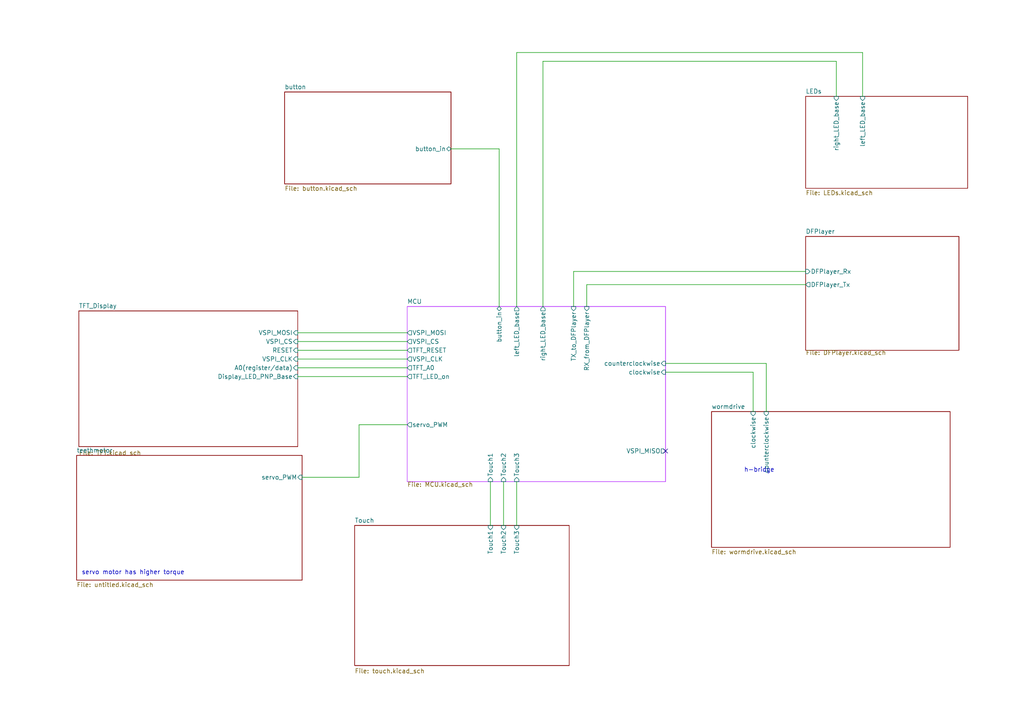
<source format=kicad_sch>
(kicad_sch
	(version 20231120)
	(generator "eeschema")
	(generator_version "8.0")
	(uuid "0e2fc25d-1f56-4ace-9491-7afa8e55a84c")
	(paper "A4")
	(lib_symbols)
	(no_connect
		(at 193.04 130.81)
		(uuid "4da7b6ff-4285-4efd-8c28-caec25726a08")
	)
	(wire
		(pts
			(xy 144.78 88.9) (xy 144.78 43.18)
		)
		(stroke
			(width 0)
			(type default)
		)
		(uuid "022fc650-ab95-44b5-8146-2f4b86d688a0")
	)
	(wire
		(pts
			(xy 87.63 138.43) (xy 104.14 138.43)
		)
		(stroke
			(width 0)
			(type default)
		)
		(uuid "0480e549-7e16-4c4a-b66f-8c53dd012b55")
	)
	(wire
		(pts
			(xy 86.36 101.6) (xy 118.11 101.6)
		)
		(stroke
			(width 0)
			(type default)
		)
		(uuid "0d387b90-1b09-4c79-b452-4abe8042094f")
	)
	(wire
		(pts
			(xy 250.19 15.24) (xy 250.19 27.94)
		)
		(stroke
			(width 0)
			(type default)
		)
		(uuid "14088dad-d709-4ca8-a849-9d9b737a2dc2")
	)
	(wire
		(pts
			(xy 149.86 15.24) (xy 250.19 15.24)
		)
		(stroke
			(width 0)
			(type default)
		)
		(uuid "1a4af836-cbe1-43c8-8783-f2fe7e9549b2")
	)
	(wire
		(pts
			(xy 86.36 96.52) (xy 118.11 96.52)
		)
		(stroke
			(width 0)
			(type default)
		)
		(uuid "1cca92a1-885a-4cb4-a676-cbbcce24eece")
	)
	(wire
		(pts
			(xy 166.37 78.74) (xy 233.68 78.74)
		)
		(stroke
			(width 0)
			(type default)
		)
		(uuid "2a9b7ad7-1996-40ab-ad13-02d2eb9bcdbd")
	)
	(wire
		(pts
			(xy 157.48 88.9) (xy 157.48 17.78)
		)
		(stroke
			(width 0)
			(type default)
		)
		(uuid "2c45e0f4-1bff-47b3-b1d3-88d0ff1dc268")
	)
	(wire
		(pts
			(xy 193.04 105.41) (xy 222.25 105.41)
		)
		(stroke
			(width 0)
			(type default)
		)
		(uuid "60b9f8c2-a1f3-4ca7-a4f1-b9765b8080fb")
	)
	(wire
		(pts
			(xy 86.36 106.68) (xy 118.11 106.68)
		)
		(stroke
			(width 0)
			(type default)
		)
		(uuid "60c0d564-68a0-4730-973b-b6d408c7cccd")
	)
	(wire
		(pts
			(xy 170.18 82.55) (xy 170.18 88.9)
		)
		(stroke
			(width 0)
			(type default)
		)
		(uuid "6b69887e-cd5d-423e-93c6-ca3e43f72dc5")
	)
	(wire
		(pts
			(xy 233.68 82.55) (xy 170.18 82.55)
		)
		(stroke
			(width 0)
			(type default)
		)
		(uuid "6dcb38bb-4b66-4f3b-b6e8-0045c9eb18f2")
	)
	(wire
		(pts
			(xy 86.36 109.22) (xy 118.11 109.22)
		)
		(stroke
			(width 0)
			(type default)
		)
		(uuid "7aa566c2-9c31-4f69-9d6b-5de519c53f0c")
	)
	(wire
		(pts
			(xy 218.44 107.95) (xy 193.04 107.95)
		)
		(stroke
			(width 0)
			(type default)
		)
		(uuid "95d66ee8-1bea-407a-9823-d30bdf6bca8e")
	)
	(wire
		(pts
			(xy 146.05 139.7) (xy 146.05 152.4)
		)
		(stroke
			(width 0)
			(type default)
		)
		(uuid "a86b09c9-ad40-48f7-8e6d-eff290135a76")
	)
	(wire
		(pts
			(xy 149.86 139.7) (xy 149.86 152.4)
		)
		(stroke
			(width 0)
			(type default)
		)
		(uuid "ac369fc3-e575-4f9e-8ce8-469fa249ea38")
	)
	(wire
		(pts
			(xy 104.14 123.19) (xy 118.11 123.19)
		)
		(stroke
			(width 0)
			(type default)
		)
		(uuid "ac3e1766-949b-4477-a13d-76d5eff3a59d")
	)
	(wire
		(pts
			(xy 222.25 105.41) (xy 222.25 119.38)
		)
		(stroke
			(width 0)
			(type default)
		)
		(uuid "b1619607-395c-4c50-ba5a-0d4de3c383f2")
	)
	(wire
		(pts
			(xy 149.86 15.24) (xy 149.86 88.9)
		)
		(stroke
			(width 0)
			(type default)
		)
		(uuid "b3c14f00-0d89-4b56-a87c-fb051856daf4")
	)
	(wire
		(pts
			(xy 142.24 139.7) (xy 142.24 152.4)
		)
		(stroke
			(width 0)
			(type default)
		)
		(uuid "c0b5397a-9d96-4c99-a49d-1babf9d57ed7")
	)
	(wire
		(pts
			(xy 144.78 43.18) (xy 130.81 43.18)
		)
		(stroke
			(width 0)
			(type default)
		)
		(uuid "d5e99cd6-75fb-402c-a24d-68da88a19bb3")
	)
	(wire
		(pts
			(xy 86.36 104.14) (xy 118.11 104.14)
		)
		(stroke
			(width 0)
			(type default)
		)
		(uuid "e2b11108-9006-4645-a819-2e759d6f1c6c")
	)
	(wire
		(pts
			(xy 86.36 99.06) (xy 118.11 99.06)
		)
		(stroke
			(width 0)
			(type default)
		)
		(uuid "e438eacf-b722-417d-9ccf-2cc3b4a05874")
	)
	(wire
		(pts
			(xy 218.44 119.38) (xy 218.44 107.95)
		)
		(stroke
			(width 0)
			(type default)
		)
		(uuid "e5fdb827-62e2-444f-99fb-cea320aadeec")
	)
	(wire
		(pts
			(xy 157.48 17.78) (xy 242.57 17.78)
		)
		(stroke
			(width 0)
			(type default)
		)
		(uuid "e7fe41db-ac21-43cf-8628-1275a966a3b9")
	)
	(wire
		(pts
			(xy 104.14 138.43) (xy 104.14 123.19)
		)
		(stroke
			(width 0)
			(type default)
		)
		(uuid "ef307e73-ded1-40f4-aa4a-c24303e2608f")
	)
	(wire
		(pts
			(xy 242.57 17.78) (xy 242.57 27.94)
		)
		(stroke
			(width 0)
			(type default)
		)
		(uuid "f5637815-923c-4472-8733-cfdfd8d779a1")
	)
	(wire
		(pts
			(xy 166.37 88.9) (xy 166.37 78.74)
		)
		(stroke
			(width 0)
			(type default)
		)
		(uuid "f6d50525-49c0-43e0-843c-519c892d760d")
	)
	(text "servo motor has higher torque\n"
		(exclude_from_sim no)
		(at 38.608 166.116 0)
		(effects
			(font
				(size 1.27 1.27)
			)
		)
		(uuid "5ac02651-e156-4ef5-9d40-46225f47cb93")
	)
	(text "h-bridge"
		(exclude_from_sim no)
		(at 220.218 136.398 0)
		(effects
			(font
				(size 1.27 1.27)
			)
		)
		(uuid "b7d09fd9-3f28-4503-b3ed-370155ee3cf1")
	)
	(sheet
		(at 22.86 90.17)
		(size 63.5 39.37)
		(fields_autoplaced yes)
		(stroke
			(width 0.1524)
			(type solid)
		)
		(fill
			(color 0 0 0 0.0000)
		)
		(uuid "1e6b55e8-5d72-4298-92f2-7f4728793855")
		(property "Sheetname" "TFT_Display"
			(at 22.86 89.4584 0)
			(effects
				(font
					(size 1.27 1.27)
				)
				(justify left bottom)
			)
		)
		(property "Sheetfile" "TFT.kicad_sch"
			(at 22.86 130.6326 0)
			(effects
				(font
					(size 1.27 1.27)
				)
				(justify left top)
			)
		)
		(pin "RESET" input
			(at 86.36 101.6 0)
			(effects
				(font
					(size 1.27 1.27)
				)
				(justify right)
			)
			(uuid "f44f1666-c567-4a52-bd7f-3cd7199b15c1")
		)
		(pin "VSPI_CS" input
			(at 86.36 99.06 0)
			(effects
				(font
					(size 1.27 1.27)
				)
				(justify right)
			)
			(uuid "11d39650-7bab-44aa-bd5d-662426d4be76")
		)
		(pin "VSPI_MOSI" input
			(at 86.36 96.52 0)
			(effects
				(font
					(size 1.27 1.27)
				)
				(justify right)
			)
			(uuid "d034c9eb-4697-4adc-9dca-a40737021b65")
		)
		(pin "VSPI_CLK" input
			(at 86.36 104.14 0)
			(effects
				(font
					(size 1.27 1.27)
				)
				(justify right)
			)
			(uuid "26b0135d-4e1c-4f86-b499-9e9eaa1dc7d0")
		)
		(pin "A0(register{slash}data)" input
			(at 86.36 106.68 0)
			(effects
				(font
					(size 1.27 1.27)
				)
				(justify right)
			)
			(uuid "c18c72c5-ab01-43fc-9b1d-2c7efce68932")
		)
		(pin "Display_LED_PNP_Base" input
			(at 86.36 109.22 0)
			(effects
				(font
					(size 1.27 1.27)
				)
				(justify right)
			)
			(uuid "7d9e39ce-9a8f-403d-ab8a-6a5c48d27aa7")
		)
		(instances
			(project "klausdieter"
				(path "/0e2fc25d-1f56-4ace-9491-7afa8e55a84c"
					(page "8")
				)
			)
		)
	)
	(sheet
		(at 233.68 68.58)
		(size 44.45 33.02)
		(fields_autoplaced yes)
		(stroke
			(width 0.1524)
			(type solid)
		)
		(fill
			(color 0 0 0 0.0000)
		)
		(uuid "3e98514a-be9a-45bc-85f3-cf2e991bd1f2")
		(property "Sheetname" "DFPlayer"
			(at 233.68 67.8684 0)
			(effects
				(font
					(size 1.27 1.27)
				)
				(justify left bottom)
			)
		)
		(property "Sheetfile" "DFPlayer.kicad_sch"
			(at 233.68 101.5496 0)
			(effects
				(font
					(size 1.27 1.27)
				)
				(justify left top)
			)
		)
		(property "Feld2" ""
			(at 233.68 68.58 0)
			(effects
				(font
					(size 1.27 1.27)
				)
				(hide yes)
			)
		)
		(pin "DFPlayer_Rx" input
			(at 233.68 78.74 180)
			(effects
				(font
					(size 1.27 1.27)
				)
				(justify left)
			)
			(uuid "3e8856c0-402f-4ad6-b021-b18b8beaaf9a")
		)
		(pin "DFPlayer_Tx" output
			(at 233.68 82.55 180)
			(effects
				(font
					(size 1.27 1.27)
				)
				(justify left)
			)
			(uuid "c6f5b473-2276-4fea-8a74-c4855944b540")
		)
		(instances
			(project "klausdieter"
				(path "/0e2fc25d-1f56-4ace-9491-7afa8e55a84c"
					(page "5")
				)
			)
		)
	)
	(sheet
		(at 102.87 152.4)
		(size 62.23 40.64)
		(fields_autoplaced yes)
		(stroke
			(width 0.1524)
			(type solid)
		)
		(fill
			(color 0 0 0 0.0000)
		)
		(uuid "4b0d5941-e4f2-423d-bcc1-c3b6b9371ac9")
		(property "Sheetname" "Touch"
			(at 102.87 151.6884 0)
			(effects
				(font
					(size 1.27 1.27)
				)
				(justify left bottom)
			)
		)
		(property "Sheetfile" "touch.kicad_sch"
			(at 102.87 193.8786 0)
			(effects
				(font
					(size 1.27 1.27)
				)
				(justify left top)
			)
		)
		(pin "Touch2" input
			(at 146.05 152.4 90)
			(effects
				(font
					(size 1.27 1.27)
				)
				(justify right)
			)
			(uuid "8eb10958-36cc-42a3-92e4-2fa4d117c968")
		)
		(pin "Touch1" input
			(at 142.24 152.4 90)
			(effects
				(font
					(size 1.27 1.27)
				)
				(justify right)
			)
			(uuid "f9d8e0a3-7fd2-4888-b192-fb138309a3bf")
		)
		(pin "Touch3" input
			(at 149.86 152.4 90)
			(effects
				(font
					(size 1.27 1.27)
				)
				(justify right)
			)
			(uuid "857dfc99-217e-490e-af80-547b8d8c971e")
		)
		(instances
			(project "klausdieter"
				(path "/0e2fc25d-1f56-4ace-9491-7afa8e55a84c"
					(page "9")
				)
			)
		)
	)
	(sheet
		(at 233.68 27.94)
		(size 46.99 26.67)
		(fields_autoplaced yes)
		(stroke
			(width 0.1524)
			(type solid)
		)
		(fill
			(color 0 0 0 0.0000)
		)
		(uuid "6412fdb2-1607-45a9-b247-5377913bfdd3")
		(property "Sheetname" "LEDs"
			(at 233.68 27.2284 0)
			(effects
				(font
					(size 1.27 1.27)
				)
				(justify left bottom)
			)
		)
		(property "Sheetfile" "LEDs.kicad_sch"
			(at 233.68 55.1946 0)
			(effects
				(font
					(size 1.27 1.27)
				)
				(justify left top)
			)
		)
		(pin "right_LED_base" input
			(at 242.57 27.94 90)
			(effects
				(font
					(size 1.27 1.27)
				)
				(justify right)
			)
			(uuid "50755297-fbaa-4c99-a904-a2a52c8ee683")
		)
		(pin "left_LED_base" input
			(at 250.19 27.94 90)
			(effects
				(font
					(size 1.27 1.27)
				)
				(justify right)
			)
			(uuid "d5f6e248-e380-482e-b9b2-21c772a70513")
		)
		(instances
			(project "klausdieter"
				(path "/0e2fc25d-1f56-4ace-9491-7afa8e55a84c"
					(page "4")
				)
			)
		)
	)
	(sheet
		(at 118.11 88.9)
		(size 74.93 50.8)
		(fields_autoplaced yes)
		(stroke
			(width 0.1524)
			(type solid)
			(color 194 75 255 1)
		)
		(fill
			(color 0 0 0 0.0000)
		)
		(uuid "9d7be188-d2de-4047-9ac4-3f2f2da456fb")
		(property "Sheetname" "MCU"
			(at 118.11 88.1884 0)
			(effects
				(font
					(size 1.27 1.27)
				)
				(justify left bottom)
			)
		)
		(property "Sheetfile" "MCU.kicad_sch"
			(at 118.11 139.7766 0)
			(effects
				(font
					(size 1.27 1.27)
				)
				(justify left top)
			)
		)
		(pin "button_in" bidirectional
			(at 144.78 88.9 90)
			(effects
				(font
					(size 1.27 1.27)
				)
				(justify right)
			)
			(uuid "dc920aef-2c5f-49ad-b69e-b59418a06884")
		)
		(pin "right_LED_base" output
			(at 157.48 88.9 90)
			(effects
				(font
					(size 1.27 1.27)
				)
				(justify right)
			)
			(uuid "fd4f3a84-5352-462c-b18b-8ab98ea8a999")
		)
		(pin "left_LED_base" output
			(at 149.86 88.9 90)
			(effects
				(font
					(size 1.27 1.27)
				)
				(justify right)
			)
			(uuid "cdc1df9e-d574-42fb-a264-95b92039c7a2")
		)
		(pin "TX_to_DFPlayer" input
			(at 166.37 88.9 90)
			(effects
				(font
					(size 1.27 1.27)
				)
				(justify right)
			)
			(uuid "2d1a76cc-161b-44ea-a479-5b81e0260dfc")
		)
		(pin "RX_from_DFPlayer" input
			(at 170.18 88.9 90)
			(effects
				(font
					(size 1.27 1.27)
				)
				(justify right)
			)
			(uuid "a54eed9c-b7be-4404-9bc4-f781d3bab506")
		)
		(pin "counterclockwise" input
			(at 193.04 105.41 0)
			(effects
				(font
					(size 1.27 1.27)
				)
				(justify right)
			)
			(uuid "8ce75b50-21dd-4402-9c32-da28cf3b00ab")
		)
		(pin "clockwise" input
			(at 193.04 107.95 0)
			(effects
				(font
					(size 1.27 1.27)
				)
				(justify right)
			)
			(uuid "f4ddbb90-cfd7-424a-a03e-1f708fae0830")
		)
		(pin "servo_PWM" output
			(at 118.11 123.19 180)
			(effects
				(font
					(size 1.27 1.27)
				)
				(justify left)
			)
			(uuid "c8bbfe2c-77e9-4142-82a3-7fffd4161339")
		)
		(pin "TFT_RESET" output
			(at 118.11 101.6 180)
			(effects
				(font
					(size 1.27 1.27)
				)
				(justify left)
			)
			(uuid "9ad4c6c2-e47f-40e9-86fa-613e39e508bc")
		)
		(pin "TFT_A0" output
			(at 118.11 106.68 180)
			(effects
				(font
					(size 1.27 1.27)
				)
				(justify left)
			)
			(uuid "43164363-166e-44be-a0c1-e12632f8bfc9")
		)
		(pin "VSPI_CLK" output
			(at 118.11 104.14 180)
			(effects
				(font
					(size 1.27 1.27)
				)
				(justify left)
			)
			(uuid "cc1782bb-97e8-41c6-bd60-89ac005a5662")
		)
		(pin "VSPI_MOSI" output
			(at 118.11 96.52 180)
			(effects
				(font
					(size 1.27 1.27)
				)
				(justify left)
			)
			(uuid "f25f5395-b7f0-47f2-9f52-66a865bd344c")
		)
		(pin "TFT_LED_on" output
			(at 118.11 109.22 180)
			(effects
				(font
					(size 1.27 1.27)
				)
				(justify left)
			)
			(uuid "b3d76de9-c967-4ccf-8cb6-13228611593f")
		)
		(pin "VSPI_CS" output
			(at 118.11 99.06 180)
			(effects
				(font
					(size 1.27 1.27)
				)
				(justify left)
			)
			(uuid "6e48f5f0-ca15-4abf-a952-25b032a925da")
		)
		(pin "VSPI_MISO" output
			(at 193.04 130.81 0)
			(effects
				(font
					(size 1.27 1.27)
				)
				(justify right)
			)
			(uuid "aa6e5b4f-f379-4cd9-a0ab-5b73d4344ef5")
		)
		(pin "Touch1" input
			(at 142.24 139.7 270)
			(effects
				(font
					(size 1.27 1.27)
				)
				(justify left)
			)
			(uuid "20177d50-9482-466e-98d3-9eb448d374fc")
		)
		(pin "Touch2" input
			(at 146.05 139.7 270)
			(effects
				(font
					(size 1.27 1.27)
				)
				(justify left)
			)
			(uuid "814aa3bf-83f8-4ad1-a1d0-d39febb2795b")
		)
		(pin "Touch3" input
			(at 149.86 139.7 270)
			(effects
				(font
					(size 1.27 1.27)
				)
				(justify left)
			)
			(uuid "ebceebf0-2db7-462c-adec-6db6240e9860")
		)
		(instances
			(project "klausdieter"
				(path "/0e2fc25d-1f56-4ace-9491-7afa8e55a84c"
					(page "2")
				)
			)
		)
	)
	(sheet
		(at 22.225 132.08)
		(size 65.405 36.195)
		(fields_autoplaced yes)
		(stroke
			(width 0.1524)
			(type solid)
		)
		(fill
			(color 0 0 0 0.0000)
		)
		(uuid "a3e2840b-cb1b-49d2-a181-1305bf035535")
		(property "Sheetname" "teethmotor"
			(at 22.225 131.3684 0)
			(effects
				(font
					(size 1.27 1.27)
				)
				(justify left bottom)
			)
		)
		(property "Sheetfile" "untitled.kicad_sch"
			(at 22.225 168.8596 0)
			(effects
				(font
					(size 1.27 1.27)
				)
				(justify left top)
			)
		)
		(pin "servo_PWM" input
			(at 87.63 138.43 0)
			(effects
				(font
					(size 1.27 1.27)
				)
				(justify right)
			)
			(uuid "5aeb2097-2848-4e37-9c60-e9a11f4cb340")
		)
		(instances
			(project "klausdieter"
				(path "/0e2fc25d-1f56-4ace-9491-7afa8e55a84c"
					(page "7")
				)
			)
		)
	)
	(sheet
		(at 206.375 119.38)
		(size 69.215 39.37)
		(fields_autoplaced yes)
		(stroke
			(width 0.1524)
			(type solid)
		)
		(fill
			(color 0 0 0 0.0000)
		)
		(uuid "ae86d0fe-25c5-41e9-b9be-b51ae6b3d67b")
		(property "Sheetname" "wormdrive"
			(at 206.375 118.6684 0)
			(effects
				(font
					(size 1.27 1.27)
				)
				(justify left bottom)
			)
		)
		(property "Sheetfile" "wormdrive.kicad_sch"
			(at 206.375 159.3346 0)
			(effects
				(font
					(size 1.27 1.27)
				)
				(justify left top)
			)
		)
		(pin "counterclockwise" input
			(at 222.25 119.38 90)
			(effects
				(font
					(size 1.27 1.27)
				)
				(justify right)
			)
			(uuid "006563c7-8b3d-4aaa-8af1-5be2797c0b44")
		)
		(pin "clockwise" input
			(at 218.44 119.38 90)
			(effects
				(font
					(size 1.27 1.27)
				)
				(justify right)
			)
			(uuid "188184cc-65b0-46b9-9c4a-a9abef46139f")
		)
		(instances
			(project "klausdieter"
				(path "/0e2fc25d-1f56-4ace-9491-7afa8e55a84c"
					(page "6")
				)
			)
		)
	)
	(sheet
		(at 82.55 26.67)
		(size 48.26 26.67)
		(fields_autoplaced yes)
		(stroke
			(width 0.1524)
			(type solid)
		)
		(fill
			(color 0 0 0 0.0000)
		)
		(uuid "b1e938af-6057-41f8-890e-d32717d370f7")
		(property "Sheetname" "button"
			(at 82.55 25.9584 0)
			(effects
				(font
					(size 1.27 1.27)
				)
				(justify left bottom)
			)
		)
		(property "Sheetfile" "button.kicad_sch"
			(at 82.55 53.9246 0)
			(effects
				(font
					(size 1.27 1.27)
				)
				(justify left top)
			)
		)
		(pin "button_in" bidirectional
			(at 130.81 43.18 0)
			(effects
				(font
					(size 1.27 1.27)
				)
				(justify right)
			)
			(uuid "05556c3d-537e-4c69-8931-c253431cda9f")
		)
		(instances
			(project "klausdieter"
				(path "/0e2fc25d-1f56-4ace-9491-7afa8e55a84c"
					(page "3")
				)
			)
		)
	)
	(sheet_instances
		(path "/"
			(page "1")
		)
	)
)

</source>
